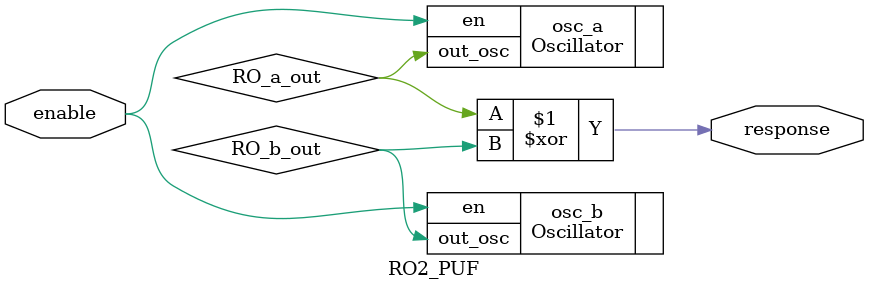
<source format=v>

(* keep_hierarchy = "yes" *)
module RO2_PUF(
    input enable,
    output response
    );
    // 2 ROs which get XORd together

    // Internal wires
    wire RO_a_out;
    wire RO_b_out;

    // Instantiate 2 ROs
    Oscillator osc_a(
        .en                 (enable),
        .out_osc            (RO_a_out)
    );
    Oscillator osc_b(
        .en                 (enable),
        .out_osc            (RO_b_out)
    );

    // XOR outputs together
    assign response = RO_a_out ^ RO_b_out;

endmodule
</source>
